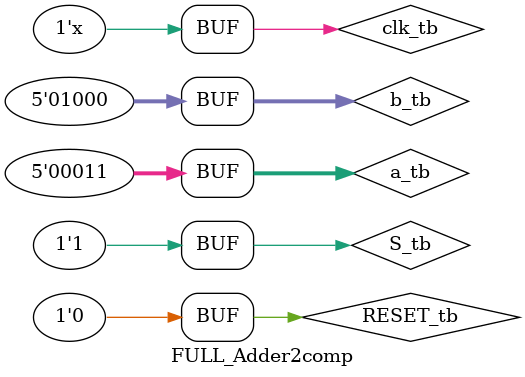
<source format=v>
`timescale 10ns/100ps

module FULL_Adder2comp();

parameter N = 5;

reg clk_tb, S_tb, RESET_tb;
wire loadAB_tb, // load nos registradores A, B e os sinais de A e de B
    loadmagAB_tb,  //faz o laod dos valores de A e de B convertidos de complemento de 2
    compmag_tb, //compara as magnitudes de A e de B
    compsigns_tb, //Compara os sinais de A e de B
    add_sub_tb, //reliza a soma ou a subtrada
    loadres_tb, //faz o load do resultado
    done_tb; //indica que esta pronto

UC_Adder2comp UC( .clk(clk_tb), .S(S_tb), .RESET(RESET_tb), .loadAB(loadAB_tb), .loadmagAB(loadmagAB_tb), .compmag(compmag_tb), .compsigns(compsigns_tb), .add_sub(add_sub_tb),  .loadres(loadres_tb), .done(done_tb));

reg [N-1:0] a_tb, b_tb;
wire [N:0] result_tb;

FD_Adder2comp FD(.a(a_tb), .b(b_tb), .clk(clk_tb), .RESET(RESET_tb), 
    .loadAB(loadAB_tb), .loadmagAB(loadmagAB_tb), .comp_mag(compmag_tb),
    .comp_sinais(compsigns_tb), .soma_sub(add_sub_tb),  .loadRES(loadres_tb),
    .result(result_tb));


initial begin
    $monitor("a = %b  || b = %b  || loadAB  = %d || loadmagAB = %d || compmag = %d || comp_sinais = %d || soma_sub = %d || loadres = %d || result = %b ", a_tb,b_tb, loadAB_tb, loadmagAB_tb, compmag_tb, compsigns_tb, add_sub_tb, loadres_tb, result_tb);

    S_tb = 1;
    RESET_tb = 1;
    clk_tb = 0;
    #20
    RESET_tb = 0;
    #10
    a_tb = 3;
    b_tb = 8;
end

always begin
    #10 clk_tb = ~clk_tb;
end



endmodule
</source>
